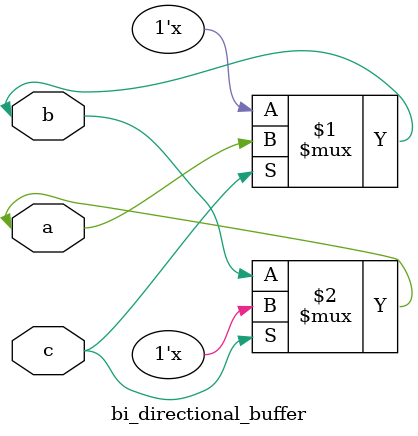
<source format=v>


 module bi_directional_buffer(a,b,c);

// declaring the input and output ports 
 
 inout a,b;
 input c;

// using tristate buffer premitives

 bufif1 TRISTATE1(b,a,c);
 bufif0 TRISTATE2(a,b,c);

 endmodule


</source>
